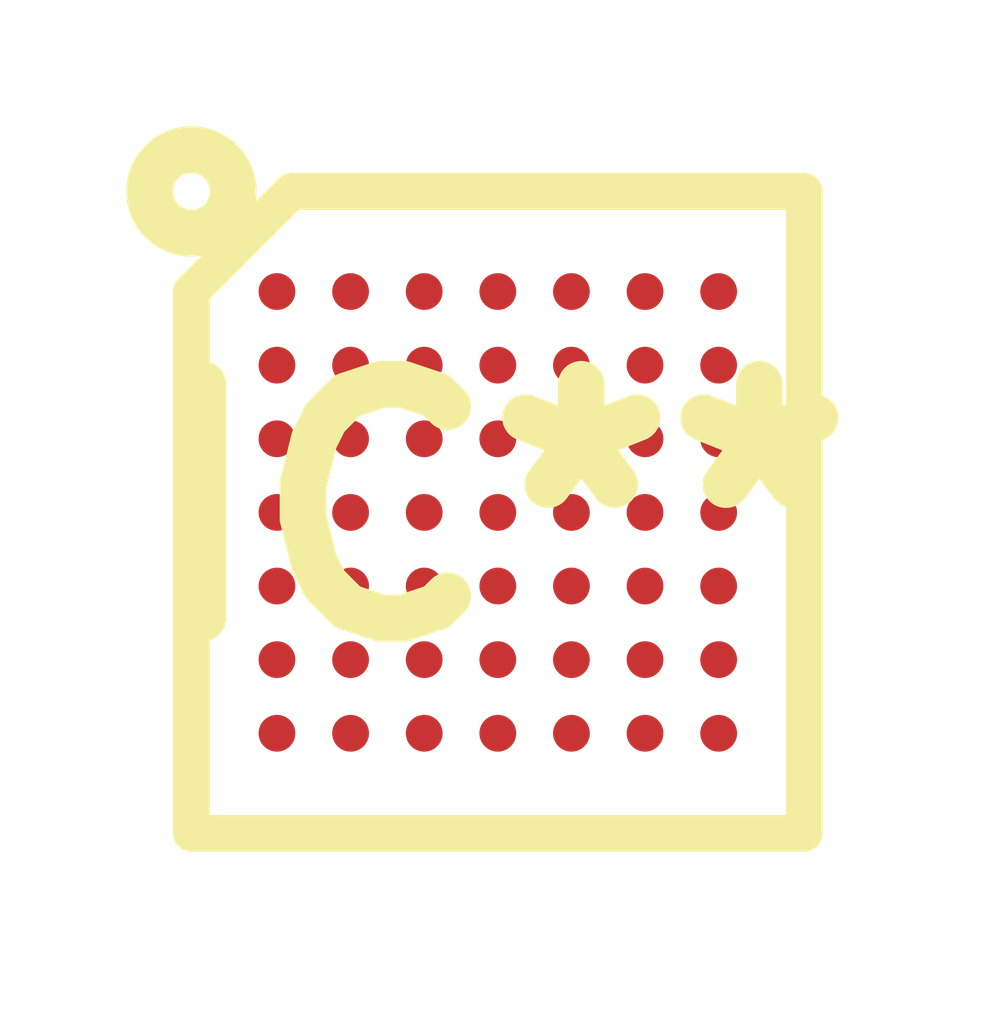
<source format=kicad_pcb>
(kicad_pcb (version 20171130) (host pcbnew "(5.1.9)-1")

  (general
    (thickness 1.6)
    (drawings 0)
    (tracks 0)
    (zones 0)
    (modules 1)
    (nets 1)
  )

  (page A4)
  (layers
    (0 F.Cu signal)
    (31 B.Cu signal)
    (32 B.Adhes user)
    (33 F.Adhes user)
    (34 B.Paste user)
    (35 F.Paste user)
    (36 B.SilkS user)
    (37 F.SilkS user)
    (38 B.Mask user)
    (39 F.Mask user)
    (40 Dwgs.User user)
    (41 Cmts.User user)
    (42 Eco1.User user)
    (43 Eco2.User user)
    (44 Edge.Cuts user)
    (45 Margin user)
    (46 B.CrtYd user)
    (47 F.CrtYd user)
    (48 B.Fab user)
    (49 F.Fab user)
  )

  (setup
    (last_trace_width 0.25)
    (trace_clearance 0.2)
    (zone_clearance 0.508)
    (zone_45_only no)
    (trace_min 0.2)
    (via_size 0.8)
    (via_drill 0.4)
    (via_min_size 0.4)
    (via_min_drill 0.3)
    (uvia_size 0.3)
    (uvia_drill 0.1)
    (uvias_allowed no)
    (uvia_min_size 0.2)
    (uvia_min_drill 0.1)
    (edge_width 0.05)
    (segment_width 0.2)
    (pcb_text_width 0.3)
    (pcb_text_size 1.5 1.5)
    (mod_edge_width 0.12)
    (mod_text_size 1 1)
    (mod_text_width 0.15)
    (pad_size 1.524 1.524)
    (pad_drill 0.762)
    (pad_to_mask_clearance 0)
    (aux_axis_origin 0 0)
    (visible_elements FFFFFF7F)
    (pcbplotparams
      (layerselection 0x010fc_ffffffff)
      (usegerberextensions false)
      (usegerberattributes true)
      (usegerberadvancedattributes true)
      (creategerberjobfile true)
      (excludeedgelayer true)
      (linewidth 0.100000)
      (plotframeref false)
      (viasonmask false)
      (mode 1)
      (useauxorigin false)
      (hpglpennumber 1)
      (hpglpenspeed 20)
      (hpglpendiameter 15.000000)
      (psnegative false)
      (psa4output false)
      (plotreference true)
      (plotvalue true)
      (plotinvisibletext false)
      (padsonsilk false)
      (subtractmaskfromsilk false)
      (outputformat 1)
      (mirror false)
      (drillshape 1)
      (scaleselection 1)
      (outputdirectory ""))
  )

  (net 0 "")

  (net_class Default "This is the default net class."
    (clearance 0.2)
    (trace_width 0.25)
    (via_dia 0.8)
    (via_drill 0.4)
    (uvia_dia 0.3)
    (uvia_drill 0.1)
  )

  (module MSP430F2274IYFFR:BGA49C40P7X7_333X349X62 (layer F.Cu) (tedit 603BEA7C) (tstamp 60612582)
    (at 222.25 62.23)
    (descr MSP430F2274IYFFR)
    (tags "Integrated Circuit")
    (attr smd)
    (fp_text reference IC** (at 0 0) (layer F.SilkS)
      (effects (font (size 1.27 1.27) (thickness 0.254)))
    )
    (fp_text value BGA49C40P7X7_333X349X62 (at 0 0) (layer F.SilkS) hide
      (effects (font (size 1.27 1.27) (thickness 0.254)))
    )
    (fp_circle (center -1.665 -1.744) (end -1.565 -1.744) (layer F.SilkS) (width 0.254))
    (fp_line (start -1.665 -1.2) (end -1.121 -1.744) (layer F.SilkS) (width 0.2))
    (fp_line (start -1.665 1.744) (end -1.665 -1.2) (layer F.SilkS) (width 0.2))
    (fp_line (start 1.665 1.744) (end -1.665 1.744) (layer F.SilkS) (width 0.2))
    (fp_line (start 1.665 -1.744) (end 1.665 1.744) (layer F.SilkS) (width 0.2))
    (fp_line (start -1.121 -1.744) (end 1.665 -1.744) (layer F.SilkS) (width 0.2))
    (fp_line (start -1.665 -0.864) (end -0.785 -1.744) (layer Dwgs.User) (width 0.1))
    (fp_line (start -1.665 1.744) (end -1.665 -1.744) (layer Dwgs.User) (width 0.1))
    (fp_line (start 1.665 1.744) (end -1.665 1.744) (layer Dwgs.User) (width 0.1))
    (fp_line (start 1.665 -1.744) (end 1.665 1.744) (layer Dwgs.User) (width 0.1))
    (fp_line (start -1.665 -1.744) (end 1.665 -1.744) (layer Dwgs.User) (width 0.1))
    (fp_line (start -2.68 2.759) (end -2.68 -2.759) (layer Dwgs.User) (width 0.05))
    (fp_line (start 2.68 2.759) (end -2.68 2.759) (layer Dwgs.User) (width 0.05))
    (fp_line (start 2.68 -2.759) (end 2.68 2.759) (layer Dwgs.User) (width 0.05))
    (fp_line (start -2.68 -2.759) (end 2.68 -2.759) (layer Dwgs.User) (width 0.05))
    (pad G7 smd circle (at 1.2 1.2 90) (size 0.2 0.2) (layers F.Cu F.Paste F.Mask))
    (pad G6 smd circle (at 0.8 1.2 90) (size 0.2 0.2) (layers F.Cu F.Paste F.Mask))
    (pad G5 smd circle (at 0.4 1.2 90) (size 0.2 0.2) (layers F.Cu F.Paste F.Mask))
    (pad G4 smd circle (at 0 1.2 90) (size 0.2 0.2) (layers F.Cu F.Paste F.Mask))
    (pad G3 smd circle (at -0.4 1.2 90) (size 0.2 0.2) (layers F.Cu F.Paste F.Mask))
    (pad G2 smd circle (at -0.8 1.2 90) (size 0.2 0.2) (layers F.Cu F.Paste F.Mask))
    (pad G1 smd circle (at -1.2 1.2 90) (size 0.2 0.2) (layers F.Cu F.Paste F.Mask))
    (pad F7 smd circle (at 1.2 0.8 90) (size 0.2 0.2) (layers F.Cu F.Paste F.Mask))
    (pad F6 smd circle (at 0.8 0.8 90) (size 0.2 0.2) (layers F.Cu F.Paste F.Mask))
    (pad F5 smd circle (at 0.4 0.8 90) (size 0.2 0.2) (layers F.Cu F.Paste F.Mask))
    (pad F4 smd circle (at 0 0.8 90) (size 0.2 0.2) (layers F.Cu F.Paste F.Mask))
    (pad F3 smd circle (at -0.4 0.8 90) (size 0.2 0.2) (layers F.Cu F.Paste F.Mask))
    (pad F2 smd circle (at -0.8 0.8 90) (size 0.2 0.2) (layers F.Cu F.Paste F.Mask))
    (pad F1 smd circle (at -1.2 0.8 90) (size 0.2 0.2) (layers F.Cu F.Paste F.Mask))
    (pad E7 smd circle (at 1.2 0.4 90) (size 0.2 0.2) (layers F.Cu F.Paste F.Mask))
    (pad E6 smd circle (at 0.8 0.4 90) (size 0.2 0.2) (layers F.Cu F.Paste F.Mask))
    (pad E5 smd circle (at 0.4 0.4 90) (size 0.2 0.2) (layers F.Cu F.Paste F.Mask))
    (pad E4 smd circle (at 0 0.4 90) (size 0.2 0.2) (layers F.Cu F.Paste F.Mask))
    (pad E3 smd circle (at -0.4 0.4 90) (size 0.2 0.2) (layers F.Cu F.Paste F.Mask))
    (pad E2 smd circle (at -0.8 0.4 90) (size 0.2 0.2) (layers F.Cu F.Paste F.Mask))
    (pad E1 smd circle (at -1.2 0.4 90) (size 0.2 0.2) (layers F.Cu F.Paste F.Mask))
    (pad D7 smd circle (at 1.2 0 90) (size 0.2 0.2) (layers F.Cu F.Paste F.Mask))
    (pad D6 smd circle (at 0.8 0 90) (size 0.2 0.2) (layers F.Cu F.Paste F.Mask))
    (pad D5 smd circle (at 0.4 0 90) (size 0.2 0.2) (layers F.Cu F.Paste F.Mask))
    (pad D4 smd circle (at 0 0 90) (size 0.2 0.2) (layers F.Cu F.Paste F.Mask))
    (pad D3 smd circle (at -0.4 0 90) (size 0.2 0.2) (layers F.Cu F.Paste F.Mask))
    (pad D2 smd circle (at -0.8 0 90) (size 0.2 0.2) (layers F.Cu F.Paste F.Mask))
    (pad D1 smd circle (at -1.2 0 90) (size 0.2 0.2) (layers F.Cu F.Paste F.Mask))
    (pad C7 smd circle (at 1.2 -0.4 90) (size 0.2 0.2) (layers F.Cu F.Paste F.Mask))
    (pad C6 smd circle (at 0.8 -0.4 90) (size 0.2 0.2) (layers F.Cu F.Paste F.Mask))
    (pad C5 smd circle (at 0.4 -0.4 90) (size 0.2 0.2) (layers F.Cu F.Paste F.Mask))
    (pad C4 smd circle (at 0 -0.4 90) (size 0.2 0.2) (layers F.Cu F.Paste F.Mask))
    (pad C3 smd circle (at -0.4 -0.4 90) (size 0.2 0.2) (layers F.Cu F.Paste F.Mask))
    (pad C2 smd circle (at -0.8 -0.4 90) (size 0.2 0.2) (layers F.Cu F.Paste F.Mask))
    (pad C1 smd circle (at -1.2 -0.4 90) (size 0.2 0.2) (layers F.Cu F.Paste F.Mask))
    (pad B7 smd circle (at 1.2 -0.8 90) (size 0.2 0.2) (layers F.Cu F.Paste F.Mask))
    (pad B6 smd circle (at 0.8 -0.8 90) (size 0.2 0.2) (layers F.Cu F.Paste F.Mask))
    (pad B5 smd circle (at 0.4 -0.8 90) (size 0.2 0.2) (layers F.Cu F.Paste F.Mask))
    (pad B4 smd circle (at 0 -0.8 90) (size 0.2 0.2) (layers F.Cu F.Paste F.Mask))
    (pad B3 smd circle (at -0.4 -0.8 90) (size 0.2 0.2) (layers F.Cu F.Paste F.Mask))
    (pad B2 smd circle (at -0.8 -0.8 90) (size 0.2 0.2) (layers F.Cu F.Paste F.Mask))
    (pad B1 smd circle (at -1.2 -0.8 90) (size 0.2 0.2) (layers F.Cu F.Paste F.Mask))
    (pad A7 smd circle (at 1.2 -1.2 90) (size 0.2 0.2) (layers F.Cu F.Paste F.Mask))
    (pad A6 smd circle (at 0.8 -1.2 90) (size 0.2 0.2) (layers F.Cu F.Paste F.Mask))
    (pad A5 smd circle (at 0.4 -1.2 90) (size 0.2 0.2) (layers F.Cu F.Paste F.Mask))
    (pad A4 smd circle (at 0 -1.2 90) (size 0.2 0.2) (layers F.Cu F.Paste F.Mask))
    (pad A3 smd circle (at -0.4 -1.2 90) (size 0.2 0.2) (layers F.Cu F.Paste F.Mask))
    (pad A2 smd circle (at -0.8 -1.2 90) (size 0.2 0.2) (layers F.Cu F.Paste F.Mask))
    (pad A1 smd circle (at -1.2 -1.2 90) (size 0.2 0.2) (layers F.Cu F.Paste F.Mask))
  )

)

</source>
